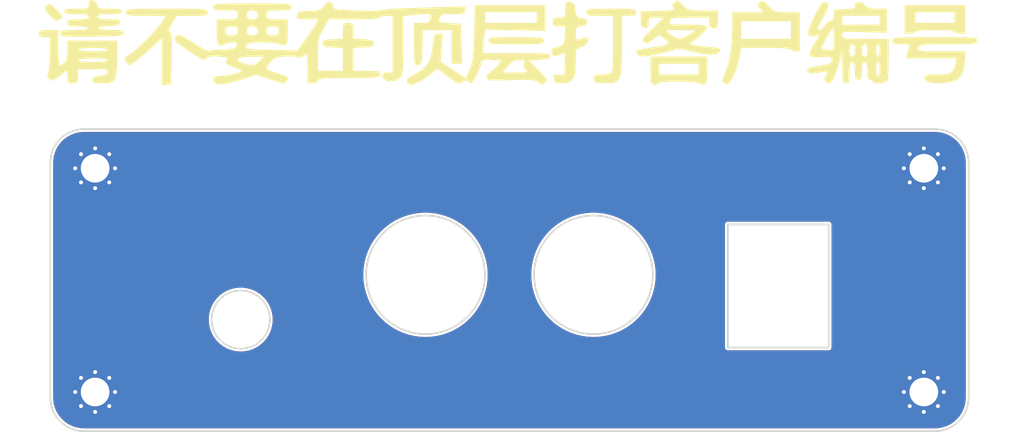
<source format=kicad_pcb>
(kicad_pcb (version 20211014) (generator pcbnew)
  (layers (0 "F.Cu" signal) (31 "B.Cu" signal) (34 "B.Paste" user) (35 "F.Paste" user) (36 "B.SilkS" user "底层丝印层") (37 "F.SilkS" user "顶层丝印层") (38 "B.Mask" user) (39 "F.Mask" user) (44 "Edge.Cuts" user))
  (net 0 "")
  (net 1 "GND")
  (footprint "NewLibCool:O_2.5mm" (layer "F.Cu") (at 63 90)
    (fp_text reference "P6" hide)
    (fp_text value "CON_1" hide)
    (pad "1" thru_hole circle locked (at 1.78 0) (size 0.6 0.6) (drill 0.35) (layers *.Cu *.Mask) (net 1 "GND"))
    (pad "1" thru_hole circle locked (at 0 1.78) (size 0.6 0.6) (drill 0.35) (layers *.Cu *.Mask) (net 1 "GND"))
    (pad "1" thru_hole circle locked (at 0 -1.78) (size 0.6 0.6) (drill 0.35) (layers *.Cu *.Mask) (net 1 "GND"))
    (pad "1" thru_hole circle locked (at 1.26 -1.26) (size 0.6 0.6) (drill 0.35) (layers *.Cu *.Mask) (net 1 "GND"))
    (pad "1" thru_hole circle locked (at -1.26 1.26) (size 0.6 0.6) (drill 0.35) (layers *.Cu *.Mask) (net 1 "GND"))
    (pad "1" thru_hole circle locked (at -1.78 0) (size 0.6 0.6) (drill 0.35) (layers *.Cu *.Mask) (net 1 "GND"))
    (pad "1" thru_hole circle locked (at 0 0) (size 4.56 4.56) (drill 2.56) (layers *.Cu *.Mask) (net 1 "GND"))
    (pad "1" thru_hole circle locked (at 1.26 1.26) (size 0.6 0.6) (drill 0.35) (layers *.Cu *.Mask) (net 1 "GND"))
    (pad "1" thru_hole circle locked (at -1.26 -1.26) (size 0.6 0.6) (drill 0.35) (layers *.Cu *.Mask) (net 1 "GND"))
  )
  (footprint "NewLibCool:O_2.5mm" (layer "F.Cu") (at 63 110)
    (fp_text reference "P6" hide)
    (fp_text value "CON_1" hide)
    (pad "1" thru_hole circle locked (at 1.26 1.26) (size 0.6 0.6) (drill 0.35) (layers *.Cu *.Mask) (net 1 "GND"))
    (pad "1" thru_hole circle locked (at 0 -1.78) (size 0.6 0.6) (drill 0.35) (layers *.Cu *.Mask) (net 1 "GND"))
    (pad "1" thru_hole circle locked (at 1.78 0) (size 0.6 0.6) (drill 0.35) (layers *.Cu *.Mask) (net 1 "GND"))
    (pad "1" thru_hole circle locked (at -1.26 1.26) (size 0.6 0.6) (drill 0.35) (layers *.Cu *.Mask) (net 1 "GND"))
    (pad "1" thru_hole circle locked (at -1.78 0) (size 0.6 0.6) (drill 0.35) (layers *.Cu *.Mask) (net 1 "GND"))
    (pad "1" thru_hole circle locked (at 0 1.78) (size 0.6 0.6) (drill 0.35) (layers *.Cu *.Mask) (net 1 "GND"))
    (pad "1" thru_hole circle locked (at 1.26 -1.26) (size 0.6 0.6) (drill 0.35) (layers *.Cu *.Mask) (net 1 "GND"))
    (pad "1" thru_hole circle locked (at 0 0) (size 4.56 4.56) (drill 2.56) (layers *.Cu *.Mask) (net 1 "GND"))
    (pad "1" thru_hole circle locked (at -1.26 -1.26) (size 0.6 0.6) (drill 0.35) (layers *.Cu *.Mask) (net 1 "GND"))
  )
  (footprint "NewLibCool:O_2.5mm" (layer "F.Cu") (at 137 90)
    (fp_text reference "P6" hide)
    (fp_text value "CON_1" hide)
    (pad "1" thru_hole circle locked (at 0 -1.78) (size 0.6 0.6) (drill 0.35) (layers *.Cu *.Mask) (net 1 "GND"))
    (pad "1" thru_hole circle locked (at 0 1.78) (size 0.6 0.6) (drill 0.35) (layers *.Cu *.Mask) (net 1 "GND"))
    (pad "1" thru_hole circle locked (at -1.78 0) (size 0.6 0.6) (drill 0.35) (layers *.Cu *.Mask) (net 1 "GND"))
    (pad "1" thru_hole circle locked (at 1.78 0) (size 0.6 0.6) (drill 0.35) (layers *.Cu *.Mask) (net 1 "GND"))
    (pad "1" thru_hole circle locked (at -1.26 1.26) (size 0.6 0.6) (drill 0.35) (layers *.Cu *.Mask) (net 1 "GND"))
    (pad "1" thru_hole circle locked (at -1.26 -1.26) (size 0.6 0.6) (drill 0.35) (layers *.Cu *.Mask) (net 1 "GND"))
    (pad "1" thru_hole circle locked (at 1.26 1.26) (size 0.6 0.6) (drill 0.35) (layers *.Cu *.Mask) (net 1 "GND"))
    (pad "1" thru_hole circle locked (at 1.26 -1.26) (size 0.6 0.6) (drill 0.35) (layers *.Cu *.Mask) (net 1 "GND"))
    (pad "1" thru_hole circle locked (at 0 0) (size 4.56 4.56) (drill 2.56) (layers *.Cu *.Mask) (net 1 "GND"))
  )
  (footprint "NewLibCool:O_2.5mm" (layer "F.Cu") (at 137 110)
    (fp_text reference "P6" hide)
    (fp_text value "CONN_01X01" hide)
    (pad "1" thru_hole circle locked (at -1.26 -1.26) (size 0.6 0.6) (drill 0.35) (layers *.Cu *.Mask) (net 1 "GND"))
    (pad "1" thru_hole circle locked (at 1.26 -1.26) (size 0.6 0.6) (drill 0.35) (layers *.Cu *.Mask) (net 1 "GND"))
    (pad "1" thru_hole circle locked (at 0 0) (size 4.56 4.56) (drill 2.56) (layers *.Cu *.Mask) (net 1 "GND"))
    (pad "1" thru_hole circle locked (at 0 1.78) (size 0.6 0.6) (drill 0.35) (layers *.Cu *.Mask) (net 1 "GND"))
    (pad "1" thru_hole circle locked (at 0 -1.78) (size 0.6 0.6) (drill 0.35) (layers *.Cu *.Mask) (net 1 "GND"))
    (pad "1" thru_hole circle locked (at -1.26 1.26) (size 0.6 0.6) (drill 0.35) (layers *.Cu *.Mask) (net 1 "GND"))
    (pad "1" thru_hole circle locked (at 1.26 1.26) (size 0.6 0.6) (drill 0.35) (layers *.Cu *.Mask) (net 1 "GND"))
    (pad "1" thru_hole circle locked (at -1.78 0) (size 0.6 0.6) (drill 0.35) (layers *.Cu *.Mask) (net 1 "GND"))
    (pad "1" thru_hole circle locked (at 1.78 0) (size 0.6 0.6) (drill 0.35) (layers *.Cu *.Mask) (net 1 "GND"))
  )
  (footprint "NewLibCool:LOGO_NOLANTEN" (layer "F.Cu") (at 76 95.32)
    (fp_text reference "G***" hide)
    (fp_text value "LOGO" hide)
  )
  (footprint "NewLibCool:no kebian in dingceng" (layer "F.Cu") (at 99.57 79.07)
    (fp_text reference "G***" hide)
    (fp_text value "LOGO" hide)
    (fp_poly (pts (xy -28.995626 -3.332773) (xy -28.108082 -3.327626) (xy -27.461698 -3.314992) (xy -27.018306 -3.291551) (xy -26.739736 -3.253985) (xy -26.58782 -3.198974) (xy -26.524388 -3.123199) (xy -26.511271 -3.023341) (xy -26.51125 -3.01625) (xy -26.535988 -2.863557) (xy -26.651014 -2.769104) (xy -26.917548 -2.718679) (xy -27.396809 -2.698066) (xy -27.900313 -2.693733) (xy -29.289375 -2.688715) (xy -29.71983 -1.979358) (xy -29.957491 -1.552075) (xy -30.016276 -1.331207) (xy -29.914023 -1.27) (xy -29.821819 -1.228103) (xy -29.759245 -1.072616) (xy -29.72263 -0.758845) (xy -29.708304 -0.242098) (xy -29.712596 0.522319) (xy -29.721694 1.071562) (xy -29.765625 3.413125) (xy -30.202188 3.463357) (xy -30.63875 3.513589) (xy -30.63875 -0.68333) (xy -31.551563 0.180383) (xy -32.07169 0.655345) (xy -32.582806 1.093732) (xy -32.980164 1.405926) (xy -33.002614 1.421863) (xy -33.350196 1.651578) (xy -33.54487 1.70479) (xy -33.689735 1.592793) (xy -33.756677 1.504472) (xy -33.931982 1.225074) (xy -33.910948 1.036173) (xy -33.658574 0.837579) (xy -33.487697 0.734574) (xy -33.087873 0.440009) (xy -32.560366 -0.026484) (xy -31.977383 -0.591856) (xy -31.411132 -1.183057) (xy -30.933821 -1.72704) (xy -30.617658 -2.150753) (xy -30.590088 -2.196801) (xy -30.3033 -2.698751) (xy -32.058525 -2.698751) (xy -32.825055 -2.70237) (xy -33.328859 -2.71983) (xy -33.624686 -2.761035) (xy -33.767287 -2.835889) (xy -33.811411 -2.954294) (xy -33.81375 -3.01625) (xy -33.802504 -3.117718) (xy -33.74332 -3.194896) (xy -33.598028 -3.251103) (xy -33.32846 -3.289659) (xy -32.896446 -3.313882) (xy -32.263817 -3.327092) (xy -31.392405 -3.332608) (xy -30.24404 -3.333749) (xy -30.1625 -3.33375) (xy -28.995626 -3.332773)) (layer "F.SilkS") (width 0.01) (fill solid))
    (fp_poly (pts (xy -40.565789 -3.733388) (xy -40.315259 -3.548403) (xy -40.00029 -3.249776) (xy -39.645042 -2.887618) (xy -39.494752 -2.668934) (xy -39.518656 -2.524497) (xy -39.632846 -2.422919) (xy -39.928835 -2.262276) (xy -40.188966 -2.297927) (xy -40.494273 -2.558354) (xy -40.703894 -2.799399) (xy -40.97748 -3.150338) (xy -41.061458 -3.362919) (xy -40.979504 -3.53398) (xy -40.903242 -3.614794) (xy -40.736157 -3.745159) (xy -40.565789 -3.733388)) (layer "F.SilkS") (width 0.01) (fill solid))
    (fp_poly (pts (xy 41.11625 -1.11125) (xy 40.64 -1.11125) (xy 40.305609 -1.157233) (xy 40.163786 -1.268025) (xy 40.16375 -1.27) (xy 40.011951 -1.34163) (xy 39.583602 -1.394047) (xy 38.919271 -1.423565) (xy 38.4175 -1.42875) (xy 37.62958 -1.414951) (xy 37.052987 -1.37601) (xy 36.72829 -1.315616) (xy 36.67125 -1.27) (xy 36.533301 -1.158537) (xy 36.200925 -1.111263) (xy 36.195 -1.11125) (xy 35.71875 -1.11125) (xy 35.71875 -3.01625) (xy 36.67125 -3.01625) (xy 36.67125 -2.06375) (xy 40.16375 -2.06375) (xy 40.16375 -3.01625) (xy 36.67125 -3.01625) (xy 35.71875 -3.01625) (xy 35.71875 -3.65125) (xy 41.11625 -3.65125) (xy 41.11625 -1.11125)) (layer "F.SilkS") (width 0.01) (fill solid))
    (fp_poly (pts (xy 23.178716 -3.996213) (xy 23.430126 -3.763154) (xy 23.591198 -3.581857) (xy 23.864583 -3.287177) (xy 24.108031 -3.118091) (xy 24.421758 -3.039766) (xy 24.90598 -3.017367) (xy 25.218386 -3.01625) (xy 26.3525 -3.01625) (xy 26.3525 0.47625) (xy 25.955625 0.47625) (xy 25.657284 0.421907) (xy 25.55875 0.3175) (xy 25.405133 0.251192) (xy 24.96418 0.201205) (xy 24.26574 0.169678) (xy 23.343443 0.15875) (xy 21.128136 0.15875) (xy 21.0282 0.754062) (xy 20.722871 2.013524) (xy 20.287799 2.976562) (xy 20.020884 3.35942) (xy 19.812789 3.472707) (xy 19.601359 3.340403) (xy 19.53629 3.266472) (xy 19.44745 3.049538) (xy 19.519962 2.732946) (xy 19.669047 2.412519) (xy 19.968158 1.600661) (xy 20.180261 0.530884) (xy 20.29738 -0.747226) (xy 20.3188 -1.627188) (xy 20.319314 -2.2225) (xy 21.11375 -2.2225) (xy 21.11375 -0.635) (xy 25.55875 -0.635) (xy 25.55875 -2.2225) (xy 21.11375 -2.2225) (xy 20.319314 -2.2225) (xy 20.32 -3.01625) (xy 23.067958 -3.01625) (xy 22.767649 -3.348089) (xy 22.567126 -3.59714) (xy 22.587143 -3.751843) (xy 22.782732 -3.913695) (xy 22.992957 -4.034064) (xy 23.178716 -3.996213)) (layer "F.SilkS") (width 0.01) (fill solid))
    (fp_poly (pts (xy 10.404478 -3.331395) (xy 11.015257 -3.319682) (xy 11.40613 -3.291642) (xy 11.62589 -3.240303) (xy 11.723328 -3.158696) (xy 11.747237 -3.039849) (xy 11.7475 -3.01625) (xy 11.694249 -2.80853) (xy 11.47902 -2.716726) (xy 11.1125 -2.69875) (xy 10.4775 -2.69875) (xy 10.4775 0) (xy 10.471794 1.108756) (xy 10.442854 1.939964) (xy 10.372944 2.533526) (xy 10.244331 2.929345) (xy 10.039278 3.167326) (xy 9.740051 3.287371) (xy 9.328916 3.329384) (xy 8.995833 3.33375) (xy 8.501782 3.315346) (xy 8.147406 3.268131) (xy 8.043333 3.227916) (xy 7.952415 2.994471) (xy 7.9375 2.831041) (xy 7.98958 2.653464) (xy 8.196246 2.565991) (xy 8.633134 2.540283) (xy 8.714265 2.54) (xy 9.246046 2.50358) (xy 9.525323 2.383243) (xy 9.58739 2.288891) (xy 9.621386 2.047229) (xy 9.650122 1.551155) (xy 9.671277 0.863741) (xy 9.682532 0.048061) (xy 9.68375 -0.330484) (xy 9.68375 -2.69875) (xy 8.493125 -2.69875) (xy 7.884373 -2.706249) (xy 7.527193 -2.740443) (xy 7.35579 -2.818878) (xy 7.304367 -2.959098) (xy 7.3025 -3.01625) (xy 7.318987 -3.14189) (xy 7.400976 -3.229144) (xy 7.597261 -3.284983) (xy 7.956632 -3.316378) (xy 8.527884 -3.330297) (xy 9.359808 -3.333713) (xy 9.525 -3.33375) (xy 10.404478 -3.331395)) (layer "F.SilkS") (width 0.01) (fill solid))
    (fp_poly (pts (xy -36.790313 -4.098854) (xy -36.469376 -3.918076) (xy -36.382397 -3.690938) (xy -36.330546 -3.50276) (xy -36.193755 -3.395534) (xy -35.899551 -3.346769) (xy -35.375458 -3.333973) (xy -35.231459 -3.33375) (xy -34.631128 -3.319507) (xy -34.288847 -3.268334) (xy -34.146094 -3.167564) (xy -34.13125 -3.095625) (xy -34.196603 -2.966248) (xy -34.431588 -2.892202) (xy -34.894602 -2.860972) (xy -35.2425 -2.8575) (xy -35.846261 -2.843496) (xy -36.191812 -2.793142) (xy -36.337549 -2.693925) (xy -36.35375 -2.619375) (xy -36.285421 -2.486452) (xy -36.041019 -2.412232) (xy -35.561422 -2.383225) (xy -35.310235 -2.38125) (xy -34.74873 -2.370925) (xy -34.440292 -2.327963) (xy -34.320827 -2.234392) (xy -34.319642 -2.103438) (xy -34.41346 -1.942198) (xy -34.664273 -1.845089) (xy -35.140662 -1.790748) (xy -35.363157 -1.778363) (xy -35.97617 -1.723193) (xy -36.285608 -1.643113) (xy -36.30246 -1.556278) (xy -36.037719 -1.480839) (xy -35.502375 -1.434951) (xy -35.151485 -1.42875) (xy -34.539207 -1.420629) (xy -34.183373 -1.386453) (xy -34.023131 -1.31151) (xy -33.997627 -1.181083) (xy -34.002581 -1.150938) (xy -34.049714 -1.048646) (xy -34.175608 -0.973211) (xy -34.424678 -0.919464) (xy -34.841342 -0.882236) (xy -35.470013 -0.856359) (xy -36.355109 -0.836665) (xy -36.762268 -0.829818) (xy -37.658994 -0.821692) (xy -38.443238 -0.826383) (xy -39.06074 -0.842616) (xy -39.457237 -0.869118) (xy -39.578048 -0.895964) (xy -39.68128 -1.140682) (xy -39.6875 -1.217084) (xy -39.600801 -1.329227) (xy -39.310311 -1.396235) (xy -38.770438 -1.425705) (xy -38.4175 -1.42875) (xy -37.788565 -1.447317) (xy -37.3466 -1.498005) (xy -37.151734 -1.573299) (xy -37.1475 -1.5875) (xy -37.292099 -1.67206) (xy -37.669843 -1.729388) (xy -38.1 -1.74625) (xy -38.631991 -1.757835) (xy -38.919451 -1.808725) (xy -39.034989 -1.923124) (xy -39.0525 -2.06375) (xy -39.017746 -2.241081) (xy -38.865076 -2.336901) (xy -38.52188 -2.375413) (xy -38.1 -2.38125) (xy -37.546927 -2.399538) (xy -37.249984 -2.464367) (xy -37.149379 -2.590684) (xy -37.1475 -2.619375) (xy -37.212853 -2.748753) (xy -37.447838 -2.822799) (xy -37.910852 -2.854029) (xy -38.25875 -2.8575) (xy -38.862511 -2.871505) (xy -39.208062 -2.921859) (xy -39.353799 -3.021076) (xy -39.37 -3.095625) (xy -39.304648 -3.225003) (xy -39.069663 -3.299049) (xy -38.606649 -3.330279) (xy -38.25875 -3.33375) (xy -37.678312 -3.339286) (xy -37.346133 -3.372833) (xy -37.192984 -3.459806) (xy -37.149635 -3.625617) (xy -37.1475 -3.741667) (xy -37.095676 -4.038998) (xy -36.886468 -4.108853) (xy -36.790313 -4.098854)) (layer "F.SilkS") (width 0.01) (fill solid))
    (fp_poly (pts (xy 39.612565 -0.792842) (xy 40.527501 -0.788042) (xy 41.199678 -0.776235) (xy 41.666466 -0.754307) (xy 41.965234 -0.719145) (xy 42.133354 -0.667633) (xy 42.208193 -0.596659) (xy 42.227123 -0.503107) (xy 42.2275 -0.47625) (xy 42.212941 -0.358726) (xy 42.139162 -0.274447) (xy 41.961004 -0.217901) (xy 41.63331 -0.183576) (xy 41.110923 -0.165959) (xy 40.348685 -0.159537) (xy 39.62664 -0.15875) (xy 38.662024 -0.15672) (xy 37.968261 -0.146952) (xy 37.498715 -0.123927) (xy 37.206745 -0.08213) (xy 37.045714 -0.016042) (xy 36.968983 0.079853) (xy 36.942752 0.15875) (xy 36.923925 0.286527) (xy 36.977917 0.374448) (xy 37.152618 0.429945) (xy 37.495914 0.460452) (xy 38.055694 0.473405) (xy 38.879848 0.476237) (xy 38.987987 0.47625) (xy 41.11625 0.47625) (xy 41.11625 1.166935) (xy 41.032067 2.045419) (xy 40.773969 2.671217) (xy 40.333628 3.062543) (xy 40.226741 3.112701) (xy 39.756928 3.241055) (xy 39.165258 3.31236) (xy 38.554934 3.325391) (xy 38.029159 3.278922) (xy 37.691135 3.171725) (xy 37.6555 3.14325) (xy 37.454704 2.87194) (xy 37.504374 2.689188) (xy 37.823904 2.583066) (xy 38.432685 2.541644) (xy 38.636186 2.54) (xy 39.31748 2.521565) (xy 39.752402 2.439562) (xy 40.01121 2.253939) (xy 40.16416 1.924643) (xy 40.237407 1.627187) (xy 40.347727 1.11125) (xy 35.840486 1.11125) (xy 35.917953 0.754062) (xy 36.033999 0.334549) (xy 36.112194 0.119062) (xy 36.143089 -0.044586) (xy 36.014232 -0.127907) (xy 35.661164 -0.156704) (xy 35.418234 -0.15875) (xy 34.935949 -0.17476) (xy 34.692993 -0.243001) (xy 34.611949 -0.39379) (xy 34.6075 -0.47625) (xy 34.618397 -0.575839) (xy 34.676002 -0.652084) (xy 34.817686 -0.708099) (xy 35.080818 -0.746998) (xy 35.502767 -0.771895) (xy 36.120905 -0.785905) (xy 36.9726 -0.792142) (xy 38.095223 -0.793719) (xy 38.4175 -0.79375) (xy 39.612565 -0.792842)) (layer "F.SilkS") (width 0.01) (fill solid))
    (fp_poly (pts (xy -15.397334 -3.825063) (xy -15.319375 -3.571875) (xy -15.299304 -3.441372) (xy -15.205476 -3.349103) (xy -14.987473 -3.285372) (xy -14.594875 -3.240484) (xy -13.977263 -3.204743) (xy -13.255625 -3.175) (xy -12.478783 -3.153701) (xy -11.821867 -3.151899) (xy -11.347021 -3.168573) (xy -11.11639 -3.202705) (xy -11.105852 -3.210287) (xy -10.929487 -3.246909) (xy -10.480673 -3.287991) (xy -9.804385 -3.330919) (xy -8.945596 -3.373084) (xy -7.949278 -3.411873) (xy -7.256164 -3.433838) (xy -3.4925 -3.542727) (xy -3.4925 -3.200114) (xy -3.517422 -3.01952) (xy -3.638238 -2.916673) (xy -3.92402 -2.869946) (xy -4.443845 -2.857712) (xy -4.586766 -2.8575) (xy -5.204501 -2.840242) (xy -5.570309 -2.779448) (xy -5.748343 -2.661586) (xy -5.777391 -2.606392) (xy -5.852964 -2.331133) (xy -5.780652 -2.167504) (xy -5.506361 -2.0808) (xy -4.975999 -2.036314) (xy -4.881563 -2.031638) (xy -3.889375 -1.984375) (xy -3.844489 -0.198438) (xy -3.799602 1.5875) (xy -4.7625 1.5875) (xy -4.7625 -1.42875) (xy -7.291003 -1.42875) (xy -7.336439 0.119062) (xy -7.361674 0.831) (xy -7.39701 1.285981) (xy -7.457687 1.544504) (xy -7.558943 1.667073) (xy -7.716016 1.714186) (xy -7.739063 1.717603) (xy -7.889179 1.728456) (xy -7.989953 1.676213) (xy -8.051217 1.509537) (xy -8.082801 1.177091) (xy -8.094535 0.627538) (xy -8.09625 -0.147709) (xy -8.09625 -2.06375) (xy -7.400382 -2.063751) (xy -6.958322 -2.085592) (xy -6.73663 -2.184015) (xy -6.639343 -2.40837) (xy -6.628646 -2.460626) (xy -6.612084 -2.733698) (xy -6.762819 -2.840885) (xy -7.064233 -2.857501) (xy -7.550103 -2.834945) (xy -8.138543 -2.778649) (xy -8.312219 -2.756548) (xy -9.04875 -2.655595) (xy -9.04875 -0.057798) (xy -9.051408 0.913632) (xy -9.063202 1.618884) (xy -9.089858 2.109261) (xy -9.137108 2.436066) (xy -9.210679 2.650602) (xy -9.316299 2.804174) (xy -9.375294 2.866543) (xy -9.757829 3.099133) (xy -10.205384 3.171704) (xy -10.614254 3.092828) (xy -10.880735 2.871077) (xy -10.925104 2.738437) (xy -10.912571 2.486811) (xy -10.71892 2.391706) (xy -10.488542 2.38125) (xy -10.00125 2.38125) (xy -10.00125 -2.69875) (xy -10.556875 -2.69875) (xy -10.924127 -2.658878) (xy -11.107702 -2.560834) (xy -11.1125 -2.54) (xy -11.266335 -2.474436) (xy -11.708791 -2.424808) (xy -12.411295 -2.393097) (xy -13.345276 -2.381284) (xy -13.402725 -2.38125) (xy -15.692949 -2.38125) (xy -16.18085 -1.528489) (xy -16.417294 -1.087212) (xy -16.56219 -0.706243) (xy -16.637594 -0.281526) (xy -16.66556 0.290995) (xy -16.66875 0.773386) (xy -16.66875 2.2225) (xy -14.44625 2.2225) (xy -14.44625 0.174594) (xy -15.359063 0.126984) (xy -15.879756 0.085554) (xy -16.156 0.011395) (xy -16.260826 -0.124704) (xy -16.271875 -0.238125) (xy -16.230843 -0.421376) (xy -16.059059 -0.526421) (xy -15.683492 -0.582471) (xy -15.359063 -0.603235) (xy -14.44625 -0.650845) (xy -14.44625 -1.357298) (xy -14.432031 -1.793444) (xy -14.350442 -1.998838) (xy -14.14309 -2.060099) (xy -13.97 -2.06375) (xy -13.675976 -2.042658) (xy -13.537511 -1.921632) (xy -13.496212 -1.614053) (xy -13.49375 -1.357298) (xy -13.49375 -0.650845) (xy -12.580938 -0.603235) (xy -12.060245 -0.561805) (xy -11.784001 -0.487646) (xy -11.679175 -0.351547) (xy -11.668125 -0.238125) (xy -11.709158 -0.054875) (xy -11.880942 0.05017) (xy -12.256509 0.10622) (xy -12.580938 0.126984) (xy -13.49375 0.174594) (xy -13.49375 2.2225) (xy -12.303125 2.2225) (xy -11.694374 2.229998) (xy -11.337194 2.264192) (xy -11.165791 2.342627) (xy -11.114368 2.482847) (xy -11.1125 2.54) (xy -11.126332 2.654249) (xy -11.196965 2.737209) (xy -11.368111 2.793875) (xy -11.683477 2.829241) (xy -12.186775 2.848303) (xy -12.921714 2.856058) (xy -13.890625 2.8575) (xy -14.907028 2.860981) (xy -15.647162 2.873779) (xy -16.152206 2.899423) (xy -16.463339 2.941442) (xy -16.621739 3.003366) (xy -16.668585 3.088725) (xy -16.66875 3.095625) (xy -16.810741 3.284673) (xy -17.145 3.33375) (xy -17.62125 3.33375) (xy -17.62125 1.95977) (xy -17.624227 1.30277) (xy -17.642396 0.913888) (xy -17.689614 0.743744) (xy -17.77974 0.74296) (xy -17.926631 0.862157) (xy -17.928747 0.864072) (xy -18.256325 1.043285) (xy -18.444685 1.011167) (xy -18.708398 0.94843) (xy -19.17357 0.92251) (xy -19.589626 0.932211) (xy -20.156757 0.986135) (xy -20.520767 1.098243) (xy -20.795706 1.312283) (xy -20.907575 1.437769) (xy -21.157847 1.764693) (xy -21.287263 1.991249) (xy -21.292019 2.014929) (xy -21.153643 2.118958) (xy -20.787144 2.275016) (xy -20.270329 2.450196) (xy -20.243331 2.458444) (xy -19.69648 2.631457) (xy -19.403648 2.756968) (xy -19.313588 2.874762) (xy -19.375052 3.024625) (xy -19.424465 3.094171) (xy -19.54902 3.244511) (xy -19.691442 3.313927) (xy -19.92309 3.297743) (xy -20.31532 3.191282) (xy -20.920379 2.996132) (xy -22.183478 2.582047) (xy -23.275802 2.940855) (xy -24.304583 3.244859) (xy -25.096529 3.405151) (xy -25.637921 3.420145) (xy -25.915041 3.288256) (xy -25.936036 3.24818) (xy -26.023475 2.891581) (xy -25.889065 2.731282) (xy -25.566564 2.69875) (xy -25.115727 2.666597) (xy -24.590494 2.584195) (xy -24.084035 2.472627) (xy -23.689521 2.352977) (xy -23.50012 2.246327) (xy -23.495 2.229976) (xy -23.633323 2.117565) (xy -23.984267 1.974421) (xy -24.209375 1.905) (xy -24.701812 1.706854) (xy -24.913891 1.478614) (xy -24.8302 1.242532) (xy -24.784552 1.206746) (xy -23.846683 1.206746) (xy -23.756651 1.363187) (xy -23.379644 1.526935) (xy -22.812143 1.680907) (xy -22.436688 1.70155) (xy -22.151823 1.576628) (xy -21.9075 1.349375) (xy -21.534656 0.9525) (xy -22.562453 0.9525) (xy -23.227548 0.985912) (xy -23.66297 1.075825) (xy -23.846683 1.206746) (xy -24.784552 1.206746) (xy -24.725313 1.160306) (xy -24.750965 1.07692) (xy -25.052835 0.997963) (xy -25.479375 0.944623) (xy -26.071238 0.913552) (xy -26.424892 0.960943) (xy -26.604468 1.085529) (xy -26.708748 1.204576) (xy -26.830165 1.248218) (xy -27.021225 1.195187) (xy -27.334432 1.024217) (xy -27.822291 0.714042) (xy -28.304662 0.396875) (xy -28.934955 -0.035193) (xy -29.317693 -0.349367) (xy -29.481657 -0.5841) (xy -29.455627 -0.777844) (xy -29.304972 -0.939557) (xy -29.145588 -0.991398) (xy -28.886663 -0.923825) (xy -28.479519 -0.7155) (xy -27.875482 -0.345087) (xy -27.717472 -0.243684) (xy -27.153533 0.105766) (xy -26.703021 0.357617) (xy -26.42078 0.482905) (xy -26.3525 0.477185) (xy -26.205436 0.394568) (xy -25.810162 0.338026) (xy -25.246836 0.3175) (xy -24.644083 0.304438) (xy -24.279162 0.252133) (xy -24.073009 0.140906) (xy -23.97125 0) (xy -23.889315 -0.214665) (xy -24.003536 -0.301868) (xy -24.33079 -0.3175) (xy -24.749276 -0.266747) (xy -25.033443 -0.143984) (xy -25.04008 -0.137671) (xy -25.328504 -0.029691) (xy -25.468705 -0.053314) (xy -25.606674 -0.181965) (xy -25.684604 -0.477699) (xy -25.715437 -1.003546) (xy -25.7175 -1.265018) (xy -25.7175 -1.349375) (xy -24.92375 -1.349375) (xy -24.882238 -1.080985) (xy -24.695429 -0.971111) (xy -24.368125 -0.9525) (xy -23.992379 -0.982152) (xy -23.838555 -1.115587) (xy -23.8125 -1.349375) (xy -23.01875 -1.349375) (xy -22.967493 -1.06574) (xy -22.749603 -0.961978) (xy -22.5425 -0.9525) (xy -22.202138 -0.995215) (xy -22.077624 -1.17679) (xy -22.06625 -1.349375) (xy -21.2725 -1.349375) (xy -21.230988 -1.080985) (xy -21.044179 -0.971111) (xy -20.716875 -0.9525) (xy -20.341129 -0.982152) (xy -20.187305 -1.115587) (xy -20.16125 -1.349375) (xy -20.202763 -1.617766) (xy -20.389572 -1.72764) (xy -20.716875 -1.74625) (xy -21.092622 -1.716599) (xy -21.246446 -1.583164) (xy -21.2725 -1.349375) (xy -22.06625 -1.349375) (xy -22.117508 -1.633011) (xy -22.335398 -1.736773) (xy -22.5425 -1.74625) (xy -22.882863 -1.703536) (xy -23.007377 -1.521961) (xy -23.01875 -1.349375) (xy -23.8125 -1.349375) (xy -23.854013 -1.617766) (xy -24.040822 -1.72764) (xy -24.368125 -1.74625) (xy -24.743872 -1.716599) (xy -24.897696 -1.583164) (xy -24.92375 -1.349375) (xy -25.7175 -1.349375) (xy -25.7175 -2.38125) (xy -24.765 -2.38125) (xy -24.237113 -2.389654) (xy -23.952106 -2.435573) (xy -23.835427 -2.550072) (xy -23.812522 -2.764215) (xy -23.8125 -2.778125) (xy -23.01875 -2.778125) (xy -22.967493 -2.49449) (xy -22.749603 -2.390728) (xy -22.5425 -2.38125) (xy -22.202138 -2.423965) (xy -22.077624 -2.60554) (xy -22.06625 -2.778125) (xy -22.117508 -3.061761) (xy -22.335398 -3.165523) (xy -22.5425 -3.175) (xy -22.882863 -3.132286) (xy -23.007377 -2.950711) (xy -23.01875 -2.778125) (xy -23.8125 -2.778125) (xy -23.828842 -2.985471) (xy -23.923988 -3.104139) (xy -24.167124 -3.158838) (xy -24.627434 -3.174278) (xy -24.92375 -3.175) (xy -25.507746 -3.183566) (xy -25.84231 -3.222195) (xy -25.995328 -3.310283) (xy -26.034691 -3.467228) (xy -26.035 -3.4925) (xy -26.023376 -3.595962) (xy -25.962488 -3.674107) (xy -25.813315 -3.730483) (xy -25.536835 -3.768638) (xy -25.094028 -3.792119) (xy -24.44587 -3.804474) (xy -23.553342 -3.80925) (xy -22.5425 -3.81) (xy -21.404428 -3.808944) (xy -20.544832 -3.803408) (xy -19.924692 -3.789847) (xy -19.504986 -3.764713) (xy -19.246692 -3.724458) (xy -19.110789 -3.665534) (xy -19.058255 -3.584395) (xy -19.05 -3.4925) (xy -19.079981 -3.325645) (xy -19.215182 -3.230055) (xy -19.52349 -3.186335) (xy -20.072795 -3.175089) (xy -20.16125 -3.175) (xy -20.741818 -3.169164) (xy -21.074089 -3.135184) (xy -21.227247 -3.048349) (xy -21.270477 -2.883953) (xy -21.2725 -2.778125) (xy -21.252333 -2.558172) (xy -21.142127 -2.43942) (xy -20.867329 -2.390803) (xy -20.353386 -2.381259) (xy -20.32 -2.38125) (xy -19.3675 -2.38125) (xy -19.3675 -1.265018) (xy -19.384375 -0.63954) (xy -19.443625 -0.267165) (xy -19.558194 -0.084866) (xy -19.616296 -0.053314) (xy -19.929175 -0.063675) (xy -20.044921 -0.137671) (xy -20.292934 -0.227228) (xy -20.791421 -0.289518) (xy -21.473962 -0.316875) (xy -21.603235 -0.3175) (xy -22.274351 -0.310407) (xy -22.693064 -0.279941) (xy -22.924327 -0.212327) (xy -23.033091 -0.09379) (xy -23.062665 -0.007967) (xy -23.077898 0.112681) (xy -23.019473 0.198652) (xy -22.841381 0.257304) (xy -22.497614 0.295994) (xy -21.94216 0.322077) (xy -21.129013 0.342911) (xy -20.82876 0.34922) (xy -18.513911 0.396875) (xy -17.813048 -0.555625) (xy -17.431933 -1.091089) (xy -17.100548 -1.587425) (xy -16.889313 -1.939072) (xy -16.886391 -1.944688) (xy -16.660597 -2.381251) (xy -17.628215 -2.381251) (xy -18.159946 -2.389509) (xy -18.443825 -2.432349) (xy -18.549413 -2.536868) (xy -18.546267 -2.730166) (xy -18.545104 -2.738438) (xy -18.488823 -2.929888) (xy -18.33929 -3.043283) (xy -18.02356 -3.104744) (xy -17.46869 -3.140388) (xy -17.416034 -3.142721) (xy -16.832869 -3.179445) (xy -16.484236 -3.245518) (xy -16.287166 -3.370185) (xy -16.15869 -3.582694) (xy -16.156929 -3.586551) (xy -15.921377 -3.865975) (xy -15.632551 -3.944855) (xy -15.397334 -3.825063)) (layer "F.SilkS") (width 0.01) (fill solid))
    (fp_poly (pts (xy 1.964478 -0.791789) (xy 2.625996 -0.78191) (xy 3.062839 -0.758128) (xy 3.321415 -0.714453) (xy 3.448133 -0.644897) (xy 3.489402 -0.543471) (xy 3.4925 -0.47625) (xy 3.477294 -0.355915) (xy 3.400739 -0.270557) (xy 3.216424 -0.214191) (xy 2.877942 -0.180826) (xy 2.338882 -0.164475) (xy 1.552835 -0.15915) (xy 1.031875 -0.15875) (xy 0.099271 -0.160712) (xy -0.562247 -0.170591) (xy -0.99909 -0.194373) (xy -1.257666 -0.238048) (xy -1.384384 -0.307604) (xy -1.425653 -0.40903) (xy -1.42875 -0.47625) (xy -1.413545 -0.596586) (xy -1.33699 -0.681944) (xy -1.152675 -0.73831) (xy -0.814193 -0.771675) (xy -0.275133 -0.788026) (xy 0.510914 -0.793351) (xy 1.031875 -0.79375) (xy 1.964478 -0.791789)) (layer "F.SilkS") (width 0.01) (fill solid))
    (fp_poly (pts (xy 18.0975 2.148107) (xy 18.08275 2.795385) (xy 18.030527 3.188262) (xy 17.928869 3.388812) (xy 17.848704 3.439186) (xy 17.535825 3.428825) (xy 17.420079 3.354829) (xy 17.191872 3.277556) (xy 16.736235 3.221435) (xy 16.133557 3.186926) (xy 15.464225 3.174488) (xy 14.808627 3.184581) (xy 14.247152 3.217663) (xy 13.860187 3.274195) (xy 13.731875 3.33375) (xy 13.486991 3.481589) (xy 13.187075 3.435289) (xy 13.123333 3.386666) (xy 13.071768 3.186596) (xy 13.034103 2.757346) (xy 13.017692 2.187168) (xy 13.0175 2.116666) (xy 13.0175 1.5875) (xy 13.81125 1.5875) (xy 13.81125 2.54) (xy 17.30375 2.54) (xy 17.30375 1.5875) (xy 13.81125 1.5875) (xy 13.0175 1.5875) (xy 13.0175 0.9525) (xy 18.0975 0.9525) (xy 18.0975 2.148107)) (layer "F.SilkS") (width 0.01) (fill solid))
    (fp_poly (pts (xy 15.581722 -3.985827) (xy 15.852064 -3.726134) (xy 15.912449 -3.659304) (xy 16.14017 -3.423711) (xy 16.360593 -3.280348) (xy 16.658024 -3.206356) (xy 17.116766 -3.178871) (xy 17.698387 -3.175) (xy 19.05 -3.175) (xy 19.05 -2.38125) (xy 19.037132 -1.910168) (xy 18.971465 -1.675156) (xy 18.8124 -1.59502) (xy 18.653125 -1.5875) (xy 18.369489 -1.638758) (xy 18.265727 -1.856648) (xy 18.25625 -2.06375) (xy 18.25625 -2.54) (xy 16.483541 -2.54) (xy 15.788947 -2.53138) (xy 15.241147 -2.50797) (xy 14.898829 -2.473444) (xy 14.815289 -2.435544) (xy 14.819741 -2.244659) (xy 14.742934 -2.118044) (xy 14.714042 -2.024063) (xy 14.841493 -1.961589) (xy 15.168452 -1.924837) (xy 15.738086 -1.908018) (xy 16.331811 -1.905) (xy 17.142893 -1.895917) (xy 17.678958 -1.865355) (xy 17.982061 -1.808352) (xy 18.094257 -1.719944) (xy 18.0975 -1.696576) (xy 17.976577 -1.44561) (xy 17.660289 -1.090629) (xy 17.218355 -0.702362) (xy 16.859271 -0.440418) (xy 16.494168 -0.197144) (xy 16.859271 -0.110607) (xy 17.204422 -0.049751) (xy 17.742683 0.023192) (xy 18.291859 0.085397) (xy 18.85286 0.150664) (xy 19.155072 0.218292) (xy 19.256319 0.314344) (xy 19.214426 0.464882) (xy 19.199086 0.494307) (xy 18.919218 0.719037) (xy 18.395677 0.788374) (xy 17.616993 0.702315) (xy 16.695081 0.493712) (xy 16.09685 0.343521) (xy 15.682494 0.276797) (xy 15.32955 0.293566) (xy 14.915553 0.393854) (xy 14.586814 0.494154) (xy 13.901801 0.679449) (xy 13.181654 0.83195) (xy 12.788085 0.892571) (xy 12.283338 0.934199) (xy 12.005554 0.896865) (xy 11.870611 0.765111) (xy 11.851151 0.720394) (xy 11.763259 0.470313) (xy 11.7475 0.405671) (xy 11.891869 0.361407) (xy 12.274775 0.283959) (xy 12.820917 0.188227) (xy 12.968912 0.164025) (xy 13.766269 0.030182) (xy 14.283077 -0.078488) (xy 14.553068 -0.181908) (xy 14.609974 -0.300003) (xy 14.487527 -0.452696) (xy 14.283825 -0.612615) (xy 13.79249 -0.975875) (xy 13.231529 -0.54801) (xy 12.869805 -0.293252) (xy 12.650262 -0.223947) (xy 12.475144 -0.317617) (xy 12.427577 -0.363137) (xy 12.3327 -0.501015) (xy 12.355767 -0.663772) (xy 12.529984 -0.903435) (xy 12.88856 -1.272028) (xy 13.039905 -1.417332) (xy 14.366875 -1.417332) (xy 14.843125 -1.026955) (xy 15.299562 -0.726775) (xy 15.711428 -0.665994) (xy 16.178906 -0.844913) (xy 16.475898 -1.031875) (xy 17.059952 -1.42875) (xy 15.713413 -1.423041) (xy 14.366875 -1.417332) (xy 13.039905 -1.417332) (xy 13.196355 -1.567537) (xy 14.208125 -2.528943) (xy 13.533437 -2.534472) (xy 13.110199 -2.522439) (xy 12.915637 -2.434874) (xy 12.861164 -2.208523) (xy 12.85875 -2.052709) (xy 12.823368 -1.714455) (xy 12.671519 -1.606275) (xy 12.501562 -1.616147) (xy 12.278281 -1.690579) (xy 12.173272 -1.889483) (xy 12.144666 -2.30254) (xy 12.144375 -2.38125) (xy 12.144375 -3.095625) (xy 13.706709 -3.141237) (xy 14.417 -3.166851) (xy 14.858002 -3.200415) (xy 15.077912 -3.252419) (xy 15.124932 -3.333354) (xy 15.062076 -3.436228) (xy 14.947917 -3.657514) (xy 15.085197 -3.851822) (xy 15.166617 -3.914608) (xy 15.387479 -4.036931) (xy 15.581722 -3.985827)) (layer "F.SilkS") (width 0.01) (fill solid))
    (fp_poly (pts (xy 28.859657 -3.833658) (xy 28.933794 -3.696425) (xy 28.874454 -3.422244) (xy 28.666049 -2.959166) (xy 28.50247 -2.643183) (xy 28.195559 -2.059693) (xy 28.022278 -1.701418) (xy 27.966808 -1.513445) (xy 28.013332 -1.440861) (xy 28.146031 -1.428754) (xy 28.152643 -1.42875) (xy 28.368717 -1.558537) (xy 28.546114 -1.825625) (xy 28.791953 -2.130355) (xy 29.037788 -2.2225) (xy 29.27236 -2.309423) (xy 29.383846 -2.618151) (xy 29.393583 -2.69875) (xy 30.1625 -2.69875) (xy 30.1625 -1.905) (xy 33.49625 -1.905) (xy 33.49625 -2.69875) (xy 30.1625 -2.69875) (xy 29.393583 -2.69875) (xy 29.398379 -2.738438) (xy 29.448125 -3.254375) (xy 30.453186 -3.301972) (xy 30.993002 -3.338309) (xy 31.266925 -3.393357) (xy 31.326558 -3.484201) (xy 31.272614 -3.573244) (xy 31.19462 -3.749987) (xy 31.371249 -3.864111) (xy 31.508655 -3.902753) (xy 31.885398 -3.917035) (xy 32.156258 -3.685849) (xy 32.166666 -3.671168) (xy 32.375845 -3.465303) (xy 32.694475 -3.36302) (xy 33.221954 -3.333843) (xy 33.267126 -3.333751) (xy 34.13125 -3.33375) (xy 34.13125 -1.176203) (xy 32.146875 -1.242266) (xy 31.324798 -1.267496) (xy 30.768254 -1.273756) (xy 30.425497 -1.253991) (xy 30.244782 -1.201143) (xy 30.174365 -1.108157) (xy 30.1625 -0.971665) (xy 30.176441 -0.834365) (xy 30.252099 -0.740579) (xy 30.440224 -0.682029) (xy 30.791566 -0.650436) (xy 31.356877 -0.63752) (xy 32.186906 -0.635002) (xy 32.22625 -0.635) (xy 34.29 -0.635) (xy 34.29 1.098266) (xy 34.281507 1.829863) (xy 34.258533 2.458752) (xy 34.224833 2.907598) (xy 34.19364 3.082641) (xy 34.008547 3.22869) (xy 33.664252 3.317639) (xy 33.279388 3.341262) (xy 32.972589 3.291338) (xy 32.86125 3.175) (xy 32.732669 3.03416) (xy 32.623125 3.01625) (xy 32.473377 2.931275) (xy 32.400237 2.637073) (xy 32.385 2.2225) (xy 32.376893 2.06375) (xy 33.17875 2.06375) (xy 33.213958 2.461388) (xy 33.301914 2.682557) (xy 33.3375 2.69875) (xy 33.436909 2.557914) (xy 33.492201 2.206091) (xy 33.49625 2.06375) (xy 33.461041 1.666111) (xy 33.373085 1.444942) (xy 33.3375 1.42875) (xy 33.23809 1.569585) (xy 33.182798 1.921408) (xy 33.17875 2.06375) (xy 32.376893 2.06375) (xy 32.359507 1.72334) (xy 32.271247 1.479542) (xy 32.146875 1.42875) (xy 31.997127 1.513724) (xy 31.923987 1.807926) (xy 31.90875 2.2225) (xy 31.892033 2.698594) (xy 31.821081 2.93604) (xy 31.664687 3.012853) (xy 31.59125 3.01625) (xy 31.400812 2.974459) (xy 31.305833 2.797079) (xy 31.275108 2.406093) (xy 31.27375 2.2225) (xy 31.248257 1.72334) (xy 31.159997 1.479542) (xy 31.035625 1.42875) (xy 30.897356 1.5019) (xy 30.82312 1.761214) (xy 30.797969 2.266484) (xy 30.7975 2.38125) (xy 30.785915 2.91324) (xy 30.735025 3.2007) (xy 30.620626 3.316238) (xy 30.48 3.33375) (xy 30.330548 3.309789) (xy 30.236062 3.198177) (xy 30.183114 2.939312) (xy 30.158278 2.473596) (xy 30.149195 1.865312) (xy 30.13589 0.396875) (xy 30.7975 0.396875) (xy 30.849137 0.807824) (xy 31.013937 0.951495) (xy 31.035625 0.9525) (xy 31.211746 0.832013) (xy 31.273319 0.447479) (xy 31.27375 0.396875) (xy 31.90875 0.396875) (xy 31.960387 0.807824) (xy 32.125187 0.951495) (xy 32.146875 0.9525) (xy 32.322996 0.832013) (xy 32.384569 0.447479) (xy 32.385 0.396875) (xy 33.17875 0.396875) (xy 33.218622 0.764126) (xy 33.316666 0.947701) (xy 33.3375 0.9525) (xy 33.442428 0.812946) (xy 33.494878 0.469793) (xy 33.49625 0.396875) (xy 33.456377 0.029623) (xy 33.358333 -0.153952) (xy 33.3375 -0.15875) (xy 33.232571 -0.019197) (xy 33.180121 0.323956) (xy 33.17875 0.396875) (xy 32.385 0.396875) (xy 32.333362 -0.014075) (xy 32.168562 -0.157746) (xy 32.146875 -0.15875) (xy 31.970753 -0.038264) (xy 31.90918 0.34627) (xy 31.90875 0.396875) (xy 31.27375 0.396875) (xy 31.222112 -0.014075) (xy 31.057312 -0.157746) (xy 31.035625 -0.15875) (xy 30.859503 -0.038264) (xy 30.79793 0.34627) (xy 30.7975 0.396875) (xy 30.13589 0.396875) (xy 29.942955 1.27) (xy 29.753049 1.970811) (xy 29.522187 2.588817) (xy 29.281415 3.057099) (xy 29.061777 3.308737) (xy 28.985536 3.33375) (xy 28.713357 3.23132) (xy 28.617107 3.153607) (xy 28.530452 2.933594) (xy 28.676307 2.60823) (xy 28.682751 2.598347) (xy 28.8314 2.349376) (xy 28.783903 2.270829) (xy 28.488217 2.315048) (xy 28.394581 2.334458) (xy 27.686196 2.443062) (xy 27.241351 2.413992) (xy 27.036366 2.244896) (xy 27.022876 2.198231) (xy 27.068266 2.014422) (xy 27.334505 1.893487) (xy 27.653516 1.832546) (xy 28.365082 1.72) (xy 28.819222 1.627577) (xy 29.07322 1.533406) (xy 29.184363 1.415616) (xy 29.209934 1.252337) (xy 29.21 1.238306) (xy 29.183065 1.061601) (xy 29.05379 0.973626) (xy 28.749464 0.955316) (xy 28.241616 0.984385) (xy 27.623889 1.000739) (xy 27.284175 0.913856) (xy 27.201702 0.685537) (xy 27.355695 0.277582) (xy 27.379884 0.23572) (xy 28.2575 0.23572) (xy 28.397246 0.289806) (xy 28.740808 0.316805) (xy 28.813125 0.3175) (xy 29.36875 0.3175) (xy 29.36875 -0.635) (xy 29.359022 -1.13745) (xy 29.333739 -1.482598) (xy 29.304529 -1.5875) (xy 29.202459 -1.462251) (xy 29.002826 -1.146223) (xy 28.757073 -0.729002) (xy 28.516646 -0.30017) (xy 28.332992 0.050689) (xy 28.257554 0.233991) (xy 28.2575 0.23572) (xy 27.379884 0.23572) (xy 27.614086 -0.169591) (xy 28.113304 -0.980924) (xy 27.649905 -0.879145) (xy 27.294855 -0.855614) (xy 27.117491 -0.996665) (xy 27.117627 -1.327238) (xy 27.295076 -1.872275) (xy 27.63687 -2.630345) (xy 27.976651 -3.301843) (xy 28.235262 -3.716981) (xy 28.451087 -3.913533) (xy 28.662509 -3.929271) (xy 28.859657 -3.833658)) (layer "F.SilkS") (width 0.01) (fill solid))
    (fp_poly (pts (xy 5.834062 -3.939608) (xy 6.115186 -3.870769) (xy 6.25357 -3.686821) (xy 6.313767 -3.292512) (xy 6.31898 -3.2241) (xy 6.370519 -2.800822) (xy 6.492702 -2.598888) (xy 6.760299 -2.522165) (xy 6.874605 -2.509725) (xy 7.244656 -2.420829) (xy 7.377172 -2.217833) (xy 7.381875 -2.143125) (xy 7.29883 -1.90516) (xy 6.999639 -1.792392) (xy 6.865937 -1.77588) (xy 6.531945 -1.717653) (xy 6.385788 -1.563743) (xy 6.35052 -1.214113) (xy 6.35 -1.105122) (xy 6.363529 -0.710658) (xy 6.44403 -0.56507) (xy 6.651377 -0.599814) (xy 6.757209 -0.63893) (xy 7.183128 -0.772287) (xy 7.395359 -0.739748) (xy 7.460136 -0.525245) (xy 7.46125 -0.46815) (xy 7.319779 -0.159663) (xy 6.905625 0.089605) (xy 6.35 0.32176) (xy 6.35 1.474932) (xy 6.314185 2.28557) (xy 6.187036 2.830581) (xy 5.938989 3.155769) (xy 5.540485 3.306939) (xy 5.150373 3.33375) (xy 4.727434 3.304445) (xy 4.475645 3.230402) (xy 4.445 3.187983) (xy 4.392634 2.922437) (xy 4.347463 2.788041) (xy 4.338233 2.61886) (xy 4.535913 2.565635) (xy 4.784026 2.57662) (xy 5.318125 2.619375) (xy 5.365387 1.627187) (xy 5.378297 1.113515) (xy 5.365226 0.754991) (xy 5.333169 0.635) (xy 5.145967 0.694078) (xy 4.837976 0.824411) (xy 4.511242 0.932528) (xy 4.326549 0.852422) (xy 4.277312 0.784724) (xy 4.143393 0.458796) (xy 4.263222 0.240795) (xy 4.667172 0.081833) (xy 4.722812 0.067685) (xy 5.070262 -0.034263) (xy 5.252676 -0.180409) (xy 5.331987 -0.46515) (xy 5.366108 -0.912813) (xy 5.414092 -1.74625) (xy 4.850171 -1.74625) (xy 4.47085 -1.774884) (xy 4.314045 -1.904416) (xy 4.28625 -2.143125) (xy 4.327762 -2.411516) (xy 4.514571 -2.52139) (xy 4.841875 -2.54) (xy 5.181512 -2.554798) (xy 5.343546 -2.656378) (xy 5.393723 -2.93052) (xy 5.3975 -3.26492) (xy 5.409998 -3.706535) (xy 5.481684 -3.910007) (xy 5.663842 -3.954594) (xy 5.834062 -3.939608)) (layer "F.SilkS") (width 0.01) (fill solid))
    (fp_poly (pts (xy 3.65125 -1.341623) (xy -1.69945 -1.464315) (xy -1.802225 -0.950439) (xy -1.877846 -0.398445) (xy -1.905 0.099218) (xy -1.905 0.635) (xy 1.12289 0.635) (xy 2.174883 0.636934) (xy 2.950062 0.645271) (xy 3.489098 0.663807) (xy 3.832667 0.696341) (xy 4.021443 0.746671) (xy 4.096098 0.818596) (xy 4.097909 0.912812) (xy 3.998922 1.078718) (xy 3.734624 1.177432) (xy 3.235766 1.231774) (xy 3.108085 1.239001) (xy 2.171132 1.287377) (xy 3.024708 2.151689) (xy 3.451588 2.593821) (xy 3.682139 2.876339) (xy 3.748101 3.060512) (xy 3.681217 3.20761) (xy 3.610958 3.283327) (xy 3.393938 3.458198) (xy 3.206793 3.414522) (xy 3.02534 3.262601) (xy 2.864291 3.145958) (xy 2.648648 3.069461) (xy 2.320873 3.028055) (xy 1.823426 3.016686) (xy 1.09877 3.0303) (xy 0.571024 3.046994) (xy -0.291912 3.073187) (xy -0.889045 3.079645) (xy -1.271735 3.06125) (xy -1.491342 3.012886) (xy -1.599226 2.929436) (xy -1.641594 2.82654) (xy -1.586006 2.537665) (xy -1.378364 2.38125) (xy -0.172286 2.38125) (xy 0.970336 2.38125) (xy 1.556707 2.377596) (xy 1.87664 2.354158) (xy 1.981194 2.292217) (xy 1.92143 2.173056) (xy 1.828319 2.066727) (xy 1.643309 1.794107) (xy 1.695813 1.573747) (xy 1.743778 1.511102) (xy 1.831398 1.355977) (xy 1.711837 1.286217) (xy 1.330368 1.270004) (xy 1.329125 1.270004) (xy 0.885937 1.317727) (xy 0.554972 1.51099) (xy 0.271044 1.825629) (xy -0.172286 2.38125) (xy -1.378364 2.38125) (xy -1.279544 2.30681) (xy -0.866272 2.006327) (xy -0.584949 1.689348) (xy -0.328998 1.298717) (xy -1.196591 1.244671) (xy -1.712321 1.230609) (xy -1.979842 1.280089) (xy -2.064532 1.40696) (xy -2.065518 1.42875) (xy -2.129948 1.710658) (xy -2.291135 2.131008) (xy -2.503968 2.595541) (xy -2.723335 3.009994) (xy -2.904127 3.280108) (xy -2.977197 3.33375) (xy -3.195568 3.234085) (xy -3.298249 3.147001) (xy -3.505066 3.055878) (xy -3.77036 3.218532) (xy -3.777882 3.225308) (xy -3.942543 3.346718) (xy -4.115534 3.362203) (xy -4.365696 3.246687) (xy -4.761867 2.975089) (xy -5.052163 2.761077) (xy -6.03356 2.031789) (xy -6.594565 2.524358) (xy -7.050506 2.865506) (xy -7.58074 3.178735) (xy -8.077013 3.406798) (xy -8.425249 3.4925) (xy -8.602347 3.371407) (xy -8.708568 3.221168) (xy -8.749781 3.042028) (xy -8.616435 2.869335) (xy -8.2581 2.651484) (xy -8.045516 2.542658) (xy -7.331405 2.092206) (xy -6.849022 1.5392) (xy -6.554745 0.815225) (xy -6.417413 -0.010791) (xy -6.352879 -0.588067) (xy -6.280769 -0.91772) (xy -6.169278 -1.0687) (xy -5.986599 -1.109959) (xy -5.909789 -1.11125) (xy -5.510602 -1.111251) (xy -5.61448 0.134342) (xy -5.718359 1.379934) (xy -4.598964 2.124281) (xy -3.47957 2.868628) (xy -3.130721 2.109001) (xy -2.993627 1.773614) (xy -2.8943 1.416248) (xy -2.824969 0.974249) (xy -2.77786 0.384958) (xy -2.745203 -0.41428) (xy -2.726363 -1.150938) (xy -2.684954 -3.01625) (xy -1.74625 -3.01625) (xy -1.74625 -2.06375) (xy 2.8575 -2.06375) (xy 2.8575 -3.01625) (xy -1.74625 -3.01625) (xy -2.684954 -3.01625) (xy -2.670856 -3.65125) (xy 3.65125 -3.65125) (xy 3.65125 -1.341623)) (layer "F.SilkS") (width 0.01) (fill solid))
    (fp_poly (pts (xy -39.84625 0.15875) (xy -39.835193 0.824448) (xy -39.805378 1.35173) (xy -39.761839 1.673685) (xy -39.727188 1.741201) (xy -39.517469 1.650761) (xy -39.330313 1.525262) (xy -39.153867 1.287833) (xy -39.150216 1.27) (xy -38.1 1.27) (xy -37.950766 1.34731) (xy -37.540318 1.402058) (xy -36.924539 1.427669) (xy -36.750625 1.42875) (xy -36.093485 1.411192) (xy -35.628128 1.362904) (xy -35.410436 1.29046) (xy -35.40125 1.27) (xy -35.550485 1.192689) (xy -35.960933 1.137941) (xy -36.576712 1.11233) (xy -36.750625 1.11125) (xy -37.407766 1.128807) (xy -37.873123 1.177095) (xy -38.090815 1.249539) (xy -38.1 1.27) (xy -39.150216 1.27) (xy -39.068487 0.870844) (xy -39.0525 0.419061) (xy -39.0525 0.3175) (xy -38.1 0.3175) (xy -37.950766 0.39481) (xy -37.540318 0.449558) (xy -36.924539 0.475169) (xy -36.750625 0.47625) (xy -36.093485 0.458692) (xy -35.628128 0.410404) (xy -35.410436 0.33796) (xy -35.40125 0.3175) (xy -35.550485 0.240189) (xy -35.960933 0.185441) (xy -36.576712 0.15983) (xy -36.750625 0.15875) (xy -37.407766 0.176307) (xy -37.873123 0.224595) (xy -38.090815 0.297039) (xy -38.1 0.3175) (xy -39.0525 0.3175) (xy -39.0525 -0.47625) (xy -34.6075 -0.47625) (xy -34.6075 1.179285) (xy -34.620969 2.044178) (xy -34.682079 2.641175) (xy -34.821885 3.01945) (xy -35.071445 3.228174) (xy -35.461813 3.31652) (xy -35.968215 3.33375) (xy -36.469891 3.319041) (xy -36.729707 3.257027) (xy -36.822642 3.120879) (xy -36.83 3.025377) (xy -36.767706 2.82079) (xy -36.528968 2.712842) (xy -36.156683 2.66819) (xy -35.683356 2.590739) (xy -35.461596 2.42992) (xy -35.430667 2.341562) (xy -35.437539 2.206587) (xy -35.559463 2.123725) (xy -35.854434 2.080661) (xy -36.380443 2.065082) (xy -36.738985 2.06375) (xy -38.1 2.06375) (xy -38.1 2.69875) (xy -38.118807 3.105916) (xy -38.220722 3.286919) (xy -38.473985 3.332748) (xy -38.57625 3.33375) (xy -38.894715 3.30343) (xy -39.026475 3.148633) (xy -39.0525 2.773599) (xy -39.0525 2.207247) (xy -39.777926 2.706352) (xy -40.197112 2.984267) (xy -40.441525 3.094986) (xy -40.59417 3.056669) (xy -40.719739 2.912416) (xy -40.842305 2.606165) (xy -40.788063 2.468562) (xy -40.724713 2.253515) (xy -40.674897 1.797961) (xy -40.645289 1.17882) (xy -40.64 0.761999) (xy -40.64 -0.79375) (xy -41.11625 -0.79375) (xy -41.464851 -0.843645) (xy -41.587587 -1.029292) (xy -41.5925 -1.11125) (xy -41.554603 -1.294733) (xy -41.390748 -1.390317) (xy -41.025692 -1.425364) (xy -40.719375 -1.42875) (xy -39.84625 -1.42875) (xy -39.84625 0.15875)) (layer "F.SilkS") (width 0.01) (fill solid))
  )
  (gr_arc (start 141 110.5) (mid 140.12132 112.62132) (end 138 113.5) (layer "Edge.Cuts") (width 0.15))
  (gr_line (start 59 110.5) (end 59 89.5) (layer "Edge.Cuts") (width 0.15))
  (gr_arc (start 59 89.5) (mid 59.87868 87.37868) (end 62 86.5) (layer "Edge.Cuts") (width 0.15))
  (gr_circle (center 76 103.525) (end 78.6 103.525) (layer "Edge.Cuts") (width 0.15) (fill none))
  (gr_line (start 141 89.5) (end 141 110.5) (layer "Edge.Cuts") (width 0.15))
  (gr_line (start 128.5 106.025) (end 128.5 95.025) (layer "Edge.Cuts") (width 0.15))
  (gr_circle (center 92.5 99.525) (end 97.8 99.525) (layer "Edge.Cuts") (width 0.15) (fill none))
  (gr_line (start 62 86.5) (end 138 86.5) (layer "Edge.Cuts") (width 0.15))
  (gr_arc (start 62 113.5) (mid 59.87868 112.62132) (end 59 110.5) (layer "Edge.Cuts") (width 0.15))
  (gr_arc (start 138 86.5) (mid 140.12132 87.37868) (end 141 89.5) (layer "Edge.Cuts") (width 0.15))
  (gr_line (start 119.5 95.025) (end 119.5 106.025) (layer "Edge.Cuts") (width 0.15))
  (gr_line (start 119.5 106.025) (end 128.5 106.025) (layer "Edge.Cuts") (width 0.15))
  (gr_line (start 138 113.5) (end 62 113.5) (layer "Edge.Cuts") (width 0.15))
  (gr_line (start 128.5 95.025) (end 119.5 95.025) (layer "Edge.Cuts") (width 0.15))
  (gr_circle (center 107.5 99.525) (end 112.8 99.525) (layer "Edge.Cuts") (width 0.15) (fill none))
  (zone (net 1) (net_name "GND") (layer "F.Cu") (connect_pads yes (clearance 0.254)) (min_thickness 0.254) (fill yes (thermal_gap 0.508) (thermal_bridge_width 0.508))
    (polygon (pts (xy 59 89.47) (xy 59 86.5) (xy 141 86.5) (xy 141 113.5) (xy 59 113.5)))
  )
  (zone (net 1) (net_name "GND") (layer "B.Cu") (connect_pads yes (clearance 0.254)) (min_thickness 0.254) (fill yes (thermal_gap 0.508) (thermal_bridge_width 0.508))
    (polygon (pts (xy 141 113.5) (xy 59 113.5) (xy 59 86.5) (xy 141 86.5)))
  )
)
</source>
